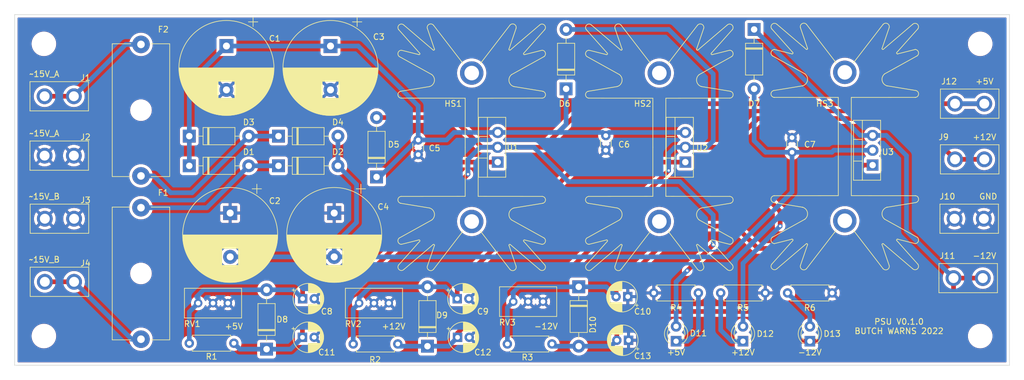
<source format=kicad_pcb>
(kicad_pcb (version 20211014) (generator pcbnew)
  (layers (0 "F.Cu" signal) (31 "B.Cu" signal) (34 "B.Paste" user) (35 "F.Paste" user) (36 "B.SilkS" user "B.Silkscreen") (37 "F.SilkS" user "F.Silkscreen") (38 "B.Mask" user) (39 "F.Mask" user) (44 "Edge.Cuts" user))
  (net 0 "")
  (net 1 "GND")
  (net 2 "Net-(C8-Pad1)")
  (net 3 "Net-(C9-Pad1)")
  (net 4 "Net-(C10-Pad2)")
  (net 5 "+5V")
  (net 6 "+12V")
  (net 7 "-12V")
  (net 8 "Net-(D11-Pad1)")
  (net 9 "Net-(D12-Pad1)")
  (net 10 "Net-(F1-Pad1)")
  (net 11 "Net-(F2-Pad1)")
  (net 12 "Net-(D1-Pad2)")
  (net 13 "Net-(D3-Pad2)")
  (net 14 "Net-(D13-Pad2)")
  (net 15 "positive_regulator_in")
  (net 16 "negative_regulator_in")
  (footprint "Heatsink:Heatsink_Fischer_SK129-STS_42x25mm_2xDrill2.5mm" (layer "F.Cu") (at 110.165 22.699492 -90)
    (fp_text reference "HS2" (at -7.459492 2.85 180) (layer "F.SilkS"))
    (fp_text value "+12V_Regulator")
    (pad "1" thru_hole circle locked (at -12.7 0 90) (size 4 4) (drill 2.5) (layers *.Cu *.Mask))
    (pad "1" thru_hole circle locked (at 12.7 0 270) (size 4 4) (drill 2.5) (layers *.Cu *.Mask))
  )
  (footprint "Diode_THT:D_DO-41_SOD81_P10.16mm_Horizontal" (layer "F.Cu") (at 70.545887 56.735492 90)
    (fp_text reference "D9" (at 5.300492 2.479113 180) (layer "F.SilkS"))
    (fp_text value "1N4004")
    (pad "1" thru_hole rect locked (at 0 0 90) (size 2.2 2.2) (drill 1.1) (layers *.Cu *.Mask) (net 6 "+12V"))
    (pad "2" thru_hole oval locked (at 10.16 0 90) (size 2.2 2.2) (drill 1.1) (layers *.Cu *.Mask) (net 3 "Net-(C9-Pad1)"))
  )
  (footprint "Resistor_THT:R_Axial_DIN0207_L6.3mm_D2.5mm_P7.62mm_Horizontal" (layer "F.Cu") (at 120.65 47.625)
    (fp_text reference "R5" (at 3.81 2.54) (layer "F.SilkS"))
    (fp_text value "R")
    (pad "1" thru_hole circle locked (at 0 0) (size 1.6 1.6) (drill 0.8) (layers *.Cu *.Mask) (net 9 "Net-(D12-Pad1)"))
    (pad "2" thru_hole oval locked (at 7.62 0) (size 1.6 1.6) (drill 0.8) (layers *.Cu *.Mask) (net 1 "GND"))
  )
  (footprint "Capacitor_THT:C_Disc_D3.0mm_W1.6mm_P2.50mm" (layer "F.Cu") (at 68.961 21.449492 -90)
    (fp_text reference "C5" (at 1.410508 -2.794 180) (layer "F.SilkS"))
    (fp_text value "100nF")
    (pad "1" thru_hole circle locked (at 0 0 270) (size 1.6 1.6) (drill 0.8) (layers *.Cu *.Mask) (net 15 "positive_regulator_in"))
    (pad "2" thru_hole circle locked (at 2.5 0 270) (size 1.6 1.6) (drill 0.8) (layers *.Cu *.Mask) (net 1 "GND"))
  )
  (footprint "Resistor_THT:R_Axial_DIN0207_L6.3mm_D2.5mm_P7.62mm_Horizontal" (layer "F.Cu") (at 65.475887 56.354492 180)
    (fp_text reference "R2" (at 3.880887 -2.700508) (layer "F.SilkS"))
    (fp_text value "560")
    (pad "1" thru_hole circle locked (at 0 0 180) (size 1.6 1.6) (drill 0.8) (layers *.Cu *.Mask) (net 6 "+12V"))
    (pad "2" thru_hole oval locked (at 7.62 0 180) (size 1.6 1.6) (drill 0.8) (layers *.Cu *.Mask) (net 3 "Net-(C9-Pad1)"))
  )
  (footprint "eurorack_drill_sizes:Flat_Connector_Vogt_6.35mm_P5mm" (layer "F.Cu") (at 163.195 15.24)
    (fp_text reference "J12" (at -3.515 -3.81 unlocked) (layer "F.SilkS"))
    (fp_text value "+5V")
    (pad "1" thru_hole circle (at 2.5 0) (size 2.7 2.7) (drill 1.7) (layers *.Cu *.Mask) (net 5 "+5V"))
    (pad "1" thru_hole circle (at -2.5 0) (size 2.7 2.7) (drill 1.7) (layers *.Cu *.Mask) (net 5 "+5V"))
  )
  (footprint "Diode_THT:D_DO-41_SOD81_P10.16mm_Horizontal" (layer "F.Cu") (at 96.393 46.575492 -90)
    (fp_text reference "D10" (at 6.477001 -2.413 90) (layer "F.SilkS"))
    (fp_text value "1N4004")
    (pad "1" thru_hole rect locked (at 0 0 270) (size 2.2 2.2) (drill 1.1) (layers *.Cu *.Mask) (net 4 "Net-(C10-Pad2)"))
    (pad "2" thru_hole oval locked (at 10.16 0 270) (size 2.2 2.2) (drill 1.1) (layers *.Cu *.Mask) (net 7 "-12V"))
  )
  (footprint "Diode_THT:D_DO-41_SOD81_P10.16mm_Horizontal" (layer "F.Cu") (at 45.085 20.794492)
    (fp_text reference "D4" (at 10.16 -2.379492) (layer "F.SilkS"))
    (fp_text value "1N4004")
    (pad "1" thru_hole rect locked (at 0 0) (size 2.2 2.2) (drill 1.1) (layers *.Cu *.Mask) (net 13 "Net-(D3-Pad2)"))
    (pad "2" thru_hole oval locked (at 10.16 0) (size 2.2 2.2) (drill 1.1) (layers *.Cu *.Mask) (net 16 "negative_regulator_in"))
  )
  (footprint "Capacitor_THT:CP_Radial_D5.0mm_P2.00mm" (layer "F.Cu") (at 104.775 48.26 180)
    (fp_text reference "C10" (at -2.54 -2.54) (layer "F.SilkS"))
    (fp_text value "22uF")
    (pad "1" thru_hole rect locked (at 0 0 180) (size 1.6 1.6) (drill 0.8) (layers *.Cu *.Mask) (net 1 "GND"))
    (pad "2" thru_hole circle locked (at 2 0 180) (size 1.6 1.6) (drill 0.8) (layers *.Cu *.Mask) (net 4 "Net-(C10-Pad2)"))
  )
  (footprint "Package_TO_SOT_THT:TO-220-3_Vertical" (layer "F.Cu") (at 146.614 25.747492 90)
    (fp_text reference "U3" (at 2.252492 2.611 180) (layer "F.SilkS"))
    (fp_text value "LM337_TO220")
    (pad "1" thru_hole rect locked (at 0 0 90) (size 1.905 2) (drill 1.1) (layers *.Cu *.Mask) (net 4 "Net-(C10-Pad2)"))
    (pad "2" thru_hole oval locked (at 2.54 0 90) (size 1.905 2) (drill 1.1) (layers *.Cu *.Mask) (net 16 "negative_regulator_in"))
    (pad "3" thru_hole oval locked (at 5.08 0 90) (size 1.905 2) (drill 1.1) (layers *.Cu *.Mask) (net 7 "-12V"))
  )
  (footprint "Capacitor_THT:CP_Radial_D16.0mm_P7.50mm" (layer "F.Cu") (at 54.61 33.952246 -90)
    (fp_text reference "C4" (at -1.059246 -8.382 180) (layer "F.SilkS"))
    (fp_text value "3300uF")
    (pad "1" thru_hole rect locked (at 0 0 270) (size 2.4 2.4) (drill 1.2) (layers *.Cu *.Mask) (net 1 "GND"))
    (pad "2" thru_hole circle locked (at 7.5 0 270) (size 2.4 2.4) (drill 1.2) (layers *.Cu *.Mask) (net 16 "negative_regulator_in"))
  )
  (footprint "Potentiometer_THT:Potentiometer_Bourns_3296W_Vertical" (layer "F.Cu") (at 31.359 49.369492 180)
    (fp_text reference "RV1" (at 1.006 -3.556) (layer "F.SilkS"))
    (fp_text value "10k")
    (pad "1" thru_hole circle locked (at 0 0 180) (size 1.44 1.44) (drill 0.8) (layers *.Cu *.Mask) (net 2 "Net-(C8-Pad1)"))
    (pad "2" thru_hole circle locked (at -2.54 0 180) (size 1.44 1.44) (drill 0.8) (layers *.Cu *.Mask) (net 1 "GND"))
    (pad "3" thru_hole circle locked (at -5.08 0 180) (size 1.44 1.44) (drill 0.8) (layers *.Cu *.Mask) (net 1 "GND"))
  )
  (footprint "Diode_THT:D_DO-41_SOD81_P10.16mm_Horizontal" (layer "F.Cu") (at 29.845 25.874492)
    (fp_text reference "D1" (at 10.16 -2.379492) (layer "F.SilkS"))
    (fp_text value "1N4004")
    (pad "1" thru_hole rect locked (at 0 0) (size 2.2 2.2) (drill 1.1) (layers *.Cu *.Mask) (net 15 "positive_regulator_in"))
    (pad "2" thru_hole oval locked (at 10.16 0) (size 2.2 2.2) (drill 1.1) (layers *.Cu *.Mask) (net 12 "Net-(D1-Pad2)"))
  )
  (footprint "Diode_THT:D_DO-41_SOD81_P10.16mm_Horizontal" (layer "F.Cu") (at 29.845 20.794492)
    (fp_text reference "D3" (at 10.16 -2.379492) (layer "F.SilkS"))
    (fp_text value "1N4004")
    (pad "1" thru_hole rect locked (at 0 0) (size 2.2 2.2) (drill 1.1) (layers *.Cu *.Mask) (net 15 "positive_regulator_in"))
    (pad "2" thru_hole oval locked (at 10.16 0) (size 2.2 2.2) (drill 1.1) (layers *.Cu *.Mask) (net 13 "Net-(D3-Pad2)"))
  )
  (footprint "Package_TO_SOT_THT:TO-220-3_Vertical" (layer "F.Cu") (at 114.61 25.239492 90)
    (fp_text reference "U2" (at 2.379492 2.865 180) (layer "F.SilkS"))
    (fp_text value "LM317_TO-220")
    (pad "1" thru_hole rect locked (at 0 0 90) (size 1.905 2) (drill 1.1) (layers *.Cu *.Mask) (net 3 "Net-(C9-Pad1)"))
    (pad "2" thru_hole oval locked (at 2.54 0 90) (size 1.905 2) (drill 1.1) (layers *.Cu *.Mask) (net 6 "+12V"))
    (pad "3" thru_hole oval locked (at 5.08 0 90) (size 1.905 2) (drill 1.1) (layers *.Cu *.Mask) (net 15 "positive_regulator_in"))
  )
  (footprint "Diode_THT:D_DO-41_SOD81_P10.16mm_Horizontal" (layer "F.Cu") (at 94.234 12.7 90)
    (fp_text reference "D6" (at -2.54 -0.254 180) (layer "F.SilkS"))
    (fp_text value "1N4004")
    (pad "1" thru_hole rect locked (at 0 0 90) (size 2.2 2.2) (drill 1.1) (layers *.Cu *.Mask) (net 15 "positive_regulator_in"))
    (pad "2" thru_hole oval locked (at 10.16 0 90) (size 2.2 2.2) (drill 1.1) (layers *.Cu *.Mask) (net 6 "+12V"))
  )
  (footprint "MountingHole:MountingHole_3.2mm_M3" (layer "F.Cu") (at 5 55)
    (fp_text reference "H3" hide)
    (fp_text value "MountingHole")
    (pad "" np_thru_hole circle locked (at 0 0) (size 3.2 3.2) (drill 3.2) (layers *.Cu *.Mask))
  )
  (footprint "Resistor_THT:R_Axial_DIN0207_L6.3mm_D2.5mm_P7.62mm_Horizontal" (layer "F.Cu") (at 116.84 47.625 180)
    (fp_text reference "R4" (at 3.81 -2.54) (layer "F.SilkS"))
    (fp_text value "R")
    (pad "1" thru_hole circle locked (at 0 0 180) (size 1.6 1.6) (drill 0.8) (layers *.Cu *.Mask) (net 8 "Net-(D11-Pad1)"))
    (pad "2" thru_hole oval locked (at 7.62 0 180) (size 1.6 1.6) (drill 0.8) (layers *.Cu *.Mask) (net 1 "GND"))
  )
  (footprint "eurorack_drill_sizes:Flat_Connector_Vogt_6.35mm_P5mm" (layer "F.Cu") (at 7.62 13.97)
    (fp_text reference "J1" (at 4.485 -3.175 unlocked) (layer "F.SilkS"))
    (fp_text value "~12VAC_A")
    (pad "1" thru_hole circle (at -2.5 0) (size 2.7 2.7) (drill 1.7) (layers *.Cu *.Mask) (net 11 "Net-(F2-Pad1)"))
    (pad "1" thru_hole circle (at 2.5 0) (size 2.7 2.7) (drill 1.7) (layers *.Cu *.Mask) (net 11 "Net-(F2-Pad1)"))
  )
  (footprint "Diode_THT:D_DO-41_SOD81_P10.16mm_Horizontal" (layer "F.Cu") (at 126.365 2.54 -90)
    (fp_text reference "D7" (at 12.7 0 -180) (layer "F.SilkS"))
    (fp_text value "1N4004")
    (pad "1" thru_hole rect locked (at 0 0 270) (size 2.2 2.2) (drill 1.1) (layers *.Cu *.Mask) (net 7 "-12V"))
    (pad "2" thru_hole oval locked (at 10.16 0 270) (size 2.2 2.2) (drill 1.1) (layers *.Cu *.Mask) (net 16 "negative_regulator_in"))
  )
  (footprint "Capacitor_THT:CP_Radial_D16.0mm_P7.50mm" (layer "F.Cu") (at 53.975 5.377246 -90)
    (fp_text reference "C3" (at -1.567246 -8.255 180) (layer "F.SilkS"))
    (fp_text value "3300uF")
    (pad "1" thru_hole rect locked (at 0 0 270) (size 2.4 2.4) (drill 1.2) (layers *.Cu *.Mask) (net 15 "positive_regulator_in"))
    (pad "2" thru_hole circle locked (at 7.5 0 270) (size 2.4 2.4) (drill 1.2) (layers *.Cu *.Mask) (net 1 "GND"))
  )
  (footprint "eurorack_drill_sizes:Flat_Connector_Vogt_6.35mm_P5mm" (layer "F.Cu") (at 7.66 34.925)
    (fp_text reference "J3" (at 4.445 -3.175 unlocked) (layer "F.SilkS"))
    (fp_text value "~12VAC_B")
    (pad "1" thru_hole circle (at 2.5 0) (size 2.7 2.7) (drill 1.7) (layers *.Cu *.Mask) (net 1 "GND"))
    (pad "1" thru_hole circle (at -2.5 0) (size 2.7 2.7) (drill 1.7) (layers *.Cu *.Mask) (net 1 "GND"))
  )
  (footprint "Capacitor_THT:CP_Radial_D5.0mm_P2.00mm" (layer "F.Cu") (at 104.907225 55.719492 180)
    (fp_text reference "C13" (at -2.407775 -2.700508) (layer "F.SilkS"))
    (fp_text value "22uF")
    (pad "1" thru_hole rect locked (at 0 0 180) (size 1.6 1.6) (drill 0.8) (layers *.Cu *.Mask) (net 1 "GND"))
    (pad "2" thru_hole circle locked (at 2 0 180) (size 1.6 1.6) (drill 0.8) (layers *.Cu *.Mask) (net 7 "-12V"))
  )
  (footprint "eurorack_drill_sizes:Flat_Connector_Vogt_6.35mm_P5mm" (layer "F.Cu") (at 163.195 24.765)
    (fp_text reference "J9" (at -4.445 -3.81 unlocked) (layer "F.SilkS"))
    (fp_text value "+12V")
    (pad "1" thru_hole circle (at -2.5 0) (size 2.7 2.7) (drill 1.7) (layers *.Cu *.Mask) (net 6 "+12V"))
    (pad "1" thru_hole circle (at 2.5 0) (size 2.7 2.7) (drill 1.7) (layers *.Cu *.Mask) (net 6 "+12V"))
  )
  (footprint "Capacitor_THT:CP_Radial_D5.0mm_P2.00mm" (layer "F.Cu") (at 49.209887 48.607492)
    (fp_text reference "C8" (at 4.130113 2.192508) (layer "F.SilkS"))
    (fp_text value "22uF")
    (pad "1" thru_hole rect locked (at 0 0) (size 1.6 1.6) (drill 0.8) (layers *.Cu *.Mask) (net 2 "Net-(C8-Pad1)"))
    (pad "2" thru_hole circle locked (at 2 0) (size 1.6 1.6) (drill 0.8) (layers *.Cu *.Mask) (net 1 "GND"))
  )
  (footprint "Capacitor_THT:C_Disc_D3.0mm_W1.6mm_P2.50mm" (layer "F.Cu") (at 132.842 21.048492 -90)
    (fp_text reference "C7" (at 1.176508 -3.048 180) (layer "F.SilkS"))
    (fp_text value "100nF")
    (pad "1" thru_hole circle locked (at 0 0 270) (size 1.6 1.6) (drill 0.8) (layers *.Cu *.Mask) (net 1 "GND"))
    (pad "2" thru_hole circle locked (at 2.5 0 270) (size 1.6 1.6) (drill 0.8) (layers *.Cu *.Mask) (net 16 "negative_regulator_in"))
  )
  (footprint "LED_THT:LED_D3.0mm" (layer "F.Cu") (at 113.03 55.885 90)
    (fp_text reference "D11" (at 1.366487 3.81 180) (layer "F.SilkS"))
    (fp_text value "LED_+5V")
    (pad "1" thru_hole rect locked (at 0 0 90) (size 1.8 1.8) (drill 0.9) (layers *.Cu *.Mask) (net 8 "Net-(D11-Pad1)"))
    (pad "2" thru_hole circle locked (at 2.54 0 90) (size 1.8 1.8) (drill 0.9) (layers *.Cu *.Mask) (net 5 "+5V"))
  )
  (footprint "Potentiometer_THT:Potentiometer_Bourns_3296W_Vertical" (layer "F.Cu") (at 58.861887 49.369492 180)
    (fp_text reference "RV2" (at 1.006 -3.556) (layer "F.SilkS"))
    (fp_text value "10k")
    (pad "1" thru_hole circle locked (at 0 0 180) (size 1.44 1.44) (drill 0.8) (layers *.Cu *.Mask) (net 3 "Net-(C9-Pad1)"))
    (pad "2" thru_hole circle locked (at -2.54 0 180) (size 1.44 1.44) (drill 0.8) (layers *.Cu *.Mask) (net 1 "GND"))
    (pad "3" thru_hole circle locked (at -5.08 0 180) (size 1.44 1.44) (drill 0.8) (layers *.Cu *.Mask) (net 1 "GND"))
  )
  (footprint "Fuse:Fuseholder_Cylinder-5x20mm_Schurter_0031_8201_Horizontal_Open" (layer "F.Cu") (at 21.59 55.539492 90)
    (fp_text reference "F1" (at 25.059492 3.81 180) (layer "F.SilkS"))
    (fp_text value "6.3A fast")
    (pad "" np_thru_hole circle locked (at 11.25 0 90) (size 2.7 2.7) (drill 2.7) (layers *.Cu *.Mask))
    (pad "1" thru_hole circle locked (at 0 0 90) (size 3 3) (drill 1.3) (layers *.Cu *.Mask) (net 10 "Net-(F1-Pad1)"))
    (pad "2" thru_hole circle locked (at 22.5 0 90) (size 3 3) (drill 1.3) (layers *.Cu *.Mask) (net 12 "Net-(D1-Pad2)"))
  )
  (footprint "Resistor_THT:R_Axial_DIN0207_L6.3mm_D2.5mm_P7.62mm_Horizontal" (layer "F.Cu") (at 91.821 56.354492 180)
    (fp_text reference "R3" (at 4.191 -2.286) (layer "F.SilkS"))
    (fp_text value "560")
    (pad "1" thru_hole circle locked (at 0 0 180) (size 1.6 1.6) (drill 0.8) (layers *.Cu *.Mask) (net 7 "-12V"))
    (pad "2" thru_hole oval locked (at 7.62 0 180) (size 1.6 1.6) (drill 0.8) (layers *.Cu *.Mask) (net 4 "Net-(C10-Pad2)"))
  )
  (footprint "Heatsink:Heatsink_Fischer_SK129-STS_42x25mm_2xDrill2.5mm" (layer "F.Cu") (at 78.105 22.699492 -90)
    (fp_text reference "HS1" (at -7.459492 3.175 180) (layer "F.SilkS"))
    (fp_text value "+5V_Regulator")
    (pad "1" thru_hole circle locked (at -12.7 0 90) (size 4 4) (drill 2.5) (layers *.Cu *.Mask))
    (pad "1" thru_hole circle locked (at 12.7 0 270) (size 4 4) (drill 2.5) (layers *.Cu *.Mask))
  )
  (footprint "eurorack_drill_sizes:Flat_Connector_Vogt_6.35mm_P5mm" (layer "F.Cu") (at 7.62 24.13)
    (fp_text reference "J2" (at 4.485 -3.175 unlocked) (layer "F.SilkS"))
    (fp_text value "~12VAC_A")
    (pad "1" thru_hole circle (at -2.5 0) (size 2.7 2.7) (drill 1.7) (layers *.Cu *.Mask) (net 1 "GND"))
    (pad "1" thru_hole circle (at 2.5 0) (size 2.7 2.7) (drill 1.7) (layers *.Cu *.Mask) (net 1 "GND"))
  )
  (footprint "MountingHole:MountingHole_3.2mm_M3" (layer "F.Cu") (at 165 5)
    (fp_text reference "H2" hide)
    (fp_text value "MountingHole")
    (pad "" np_thru_hole circle locked (at 0 0) (size 3.2 3.2) (drill 3.2) (layers *.Cu *.Mask))
  )
  (footprint "LED_THT:LED_D3.0mm" (layer "F.Cu") (at 135.89 55.885 90)
    (fp_text reference "D13" (at 1.275 3.81 180) (layer "F.SilkS"))
    (fp_text value "LED_-12V")
    (pad "1" thru_hole rect locked (at 0 0 90) (size 1.8 1.8) (drill 0.9) (layers *.Cu *.Mask) (net 7 "-12V"))
    (pad "2" thru_hole circle locked (at 2.54 0 90) (size 1.8 1.8) (drill 0.9) (layers *.Cu *.Mask) (net 14 "Net-(D13-Pad2)"))
  )
  (footprint "Heatsink:Heatsink_Fischer_SK129-STS_42x25mm_2xDrill2.5mm" (layer "F.Cu") (at 141.859 22.572492 -90)
    (fp_text reference "HS3" (at -7.332492 3.429 180) (layer "F.SilkS"))
    (fp_text value "-12V_Regulator")
    (pad "1" thru_hole circle locked (at -12.7 0 90) (size 4 4) (drill 2.5) (layers *.Cu *.Mask))
    (pad "1" thru_hole circle locked (at 12.7 0 270) (size 4 4) (drill 2.5) (layers *.Cu *.Mask))
  )
  (footprint "Capacitor_THT:CP_Radial_D5.0mm_P2.00mm" (layer "F.Cu") (at 75.686774 55.211492)
    (fp_text reference "C12" (at 4.323226 2.573508) (layer "F.SilkS"))
    (fp_text value "22uF")
    (pad "1" thru_hole rect locked (at 0 0) (size 1.6 1.6) (drill 0.8) (layers *.Cu *.Mask) (net 6 "+12V"))
    (pad "2" thru_hole circle locked (at 2 0) (size 1.6 1.6) (drill 0.8) (layers *.Cu *.Mask) (net 1 "GND"))
  )
  (footprint "Capacitor_THT:CP_Radial_D16.0mm_P7.50mm" (layer "F.Cu") (at 36.195 5.377246 -90)
    (fp_text reference "C1" (at -1.27 -8.255 180) (layer "F.SilkS"))
    (fp_text value "3300uF")
    (pad "1" thru_hole rect locked (at 0 0 270) (size 2.4 2.4) (drill 1.2) (layers *.Cu *.Mask) (net 15 "positive_regulator_in"))
    (pad "2" thru_hole circle locked (at 7.5 0 270) (size 2.4 2.4) (drill 1.2) (layers *.Cu *.Mask) (net 1 "GND"))
  )
  (footprint "Diode_THT:D_DO-41_SOD81_P10.16mm_Horizontal" (layer "F.Cu") (at 45.085 25.874492)
    (fp_text reference "D2" (at 10.16 -2.379492) (layer "F.SilkS"))
    (fp_text value "1N4004")
    (pad "1" thru_hole rect locked (at 0 0) (size 2.2 2.2) (drill 1.1) (layers *.Cu *.Mask) (net 12 "Net-(D1-Pad2)"))
    (pad "2" thru_hole oval locked (at 10.16 0) (size 2.2 2.2) (drill 1.1) (layers *.Cu *.Mask) (net 16 "negative_regulator_in"))
  )
  (footprint "MountingHole:MountingHole_3.2mm_M3" (layer "F.Cu") (at 165 55)
    (fp_text reference "H4" hide)
    (fp_text value "MountingHole")
    (pad "" np_thru_hole circle locked (at 0 0) (size 3.2 3.2) (drill 3.2) (layers *.Cu *.Mask))
  )
  (footprint "Capacitor_THT:CP_Radial_D5.0mm_P2.00mm" (layer "F.Cu") (at 49.181 55.211492)
    (fp_text reference "C11" (at 4.159 2.573508) (layer "F.SilkS"))
    (fp_text value "22uF")
    (pad "1" thru_hole rect locked (at 0 0) (size 1.6 1.6) (drill 0.8) (layers *.Cu *.Mask) (net 5 "+5V"))
    (pad "2" thru_hole circle locked (at 2 0) (size 1.6 1.6) (drill 0.8) (layers *.Cu *.Mask) (net 1 "GND"))
  )
  (footprint "eurorack_drill_sizes:Flat_Connector_Vogt_6.35mm_P5mm" (layer "F.Cu") (at 163.115 34.925)
    (fp_text reference "J10" (at -3.73 -3.81 unlocked) (layer "F.SilkS"))
    (fp_text value "GND")
    (pad "1" thru_hole circle (at 2.5 0) (size 2.7 2.7) (drill 1.7) (layers *.Cu *.Mask) (net 1 "GND"))
    (pad "1" thru_hole circle (at -2.5 0) (size 2.7 2.7) (drill 1.7) (layers *.Cu *.Mask) (net 1 "GND"))
  )
  (footprint "eurorack_drill_sizes:Flat_Connector_Vogt_6.35mm_P5mm" (layer "F.Cu") (at 7.66 45.72)
    (fp_text reference "J4" (at 4.445 -3.175 unlocked) (layer "F.SilkS"))
    (fp_text value "~12VAC_B")
    (pad "1" thru_hole circle (at -2.5 0) (size 2.7 2.7) (drill 1.7) (layers *.Cu *.Mask) (net 10 "Net-(F1-Pad1)"))
    (pad "1" thru_hole circle (at 2.5 0) (size 2.7 2.7) (drill 1.7) (layers *.Cu *.Mask) (net 10 "Net-(F1-Pad1)"))
  )
  (footprint "eurorack_drill_sizes:Flat_Connector_Vogt_6.35mm_P5mm" (layer "F.Cu") (at 162.94 45.085)
    (fp_text reference "J11" (at -3.555 -3.81 unlocked) (layer "F.SilkS"))
    (fp_text value "-12V")
    (pad "1" thru_hole circle (at 2.5 0) (size 2.7 2.7) (drill 1.7) (layers *.Cu *.Mask) (net 7 "-12V"))
    (pad "1" thru_hole circle (at -2.5 0) (size 2.7 2.7) (drill 1.7) (layers *.Cu *.Mask) (net 7 "-12V"))
  )
  (footprint "Diode_THT:D_DO-41_SOD81_P10.16mm_Horizontal" (layer "F.Cu") (at 61.849 27.779492 90)
    (fp_text reference "D5" (at 5.554492 2.921 180) (layer "F.SilkS"))
    (fp_text value "1N4004")
    (pad "1" thru_hole rect locked (at 0 0 90) (size 2.2 2.2) (drill 1.1) (layers *.Cu *.Mask) (net 15 "positive_regulator_in"))
    (pad "2" thru_hole oval locked (at 10.16 0 90) (size 2.2 2.2) (drill 1.1) (layers *.Cu *.Mask) (net 5 "+5V"))
  )
  (footprint "Diode_THT:D_DO-41_SOD81_P10.16mm_Horizontal" (layer "F.Cu") (at 43.053 57.243492 90)
    (fp_text reference "D8" (at 5.08 2.667 180) (layer "F.SilkS"))
    (fp_text value "1N4004")
    (pad "1" thru_hole rect locked (at 0 0 90) (size 2.2 2.2) (drill 1.1) (layers *.Cu *.Mask) (net 5 "+5V"))
    (pad "2" thru_hole oval locked (at 10.16 0 90) (size 2.2 2.2) (drill 1.1) (layers *.Cu *.Mask) (net 2 "Net-(C8-Pad1)"))
  )
  (footprint "Package_TO_SOT_THT:TO-220-3_Vertical" (layer "F.Cu") (at 82.55 25.239492 90)
    (fp_text reference "U1" (at 2.54 2.54 180) (layer "F.SilkS"))
    (fp_text value "LM317_TO-220")
    (pad "1" thru_hole rect locked (at 0 0 90) (size 1.905 2) (drill 1.1) (layers *.Cu *.Mask) (net 2 "Net-(C8-Pad1)"))
    (pad "2" thru_hole oval locked (at 2.54 0 90) (size 1.905 2) (drill 1.1) (layers *.Cu *.Mask) (net 5 "+5V"))
    (pad "3" thru_hole oval locked (at 5.08 0 90) (size 1.905 2) (drill 1.1) (layers *.Cu *.Mask) (net 15 "positive_regulator_in"))
  )
  (footprint "Fuse:Fuseholder_Cylinder-5x20mm_Schurter_0031_8201_Horizontal_Open" (layer "F.Cu") (at 21.59 5.099492 -90)
    (fp_text reference "F2" (at -2.559492 -3.81 180) (layer "F.SilkS"))
    (fp_text value "6.3A fast")
    (pad "" np_thru_hole circle locked (at 11.25 0 270) (size 2.7 2.7) (drill 2.7) (layers *.Cu *.Mask))
    (pad "1" thru_hole circle locked (at 0 0 270) (size 3 3) (drill 1.3) (layers *.Cu *.Mask) (net 11 "Net-(F2-Pad1)"))
    (pad "2" thru_hole circle locked (at 22.5 0 270) (size 3 3) (drill 1.3) (layers *.Cu *.Mask) (net 13 "Net-(D3-Pad2)"))
  )
  (footprint "MountingHole:MountingHole_3.2mm_M3" (layer "F.Cu") (at 5 5)
    (fp_text reference "H1" hide)
    (fp_text value "MountingHole")
    (pad "" np_thru_hole circle locked (at 0 0) (size 3.2 3.2) (drill 3.2) (layers *.Cu *.Mask))
  )
  (footprint "Potentiometer_THT:Potentiometer_Bourns_3296W_Vertical" (layer "F.Cu") (at 85.207 49.115492 180)
    (fp_text reference "RV3" (at 1.006 -3.556) (layer "F.SilkS"))
    (fp_text value "10k")
    (pad "1" thru_hole circle locked (at 0 0 180) (size 1.44 1.44) (drill 0.8) (layers *.Cu *.Mask) (net 4 "Net-(C10-Pad2)"))
    (pad "2" thru_hole circle locked (at -2.54 0 180) (size 1.44 1.44) (drill 0.8) (layers *.Cu *.Mask) (net 1 "GND"))
    (pad "3" thru_hole circle locked (at -5.08 0 180) (size 1.44 1.44) (drill 0.8) (layers *.Cu *.Mask) (net 1 "GND"))
  )
  (footprint "Capacitor_THT:C_Disc_D3.0mm_W1.6mm_P2.50mm" (layer "F.Cu") (at 101.021 20.707492 -90)
    (fp_text reference "C6" (at 1.517508 -3.119 180) (layer "F.SilkS"))
    (fp_text value "100nF")
    (pad "1" thru_hole circle locked (at 0 0 270) (size 1.6 1.6) (drill 0.8) (layers *.Cu *.Mask) (net 15 "positive_regulator_in"))
    (pad "2" thru_hole circle locked (at 2.5 0 270) (size 1.6 1.6) (drill 0.8) (layers *.Cu *.Mask) (net 1 "GND"))
  )
  (footprint "Resistor_THT:R_Axial_DIN0207_L6.3mm_D2.5mm_P7.62mm_Horizontal" (layer "F.Cu") (at 37.465 56.227492 180)
    (fp_text reference "R1" (at 3.81 -2.286) (layer "F.SilkS"))
    (fp_text value "2k2")
    (pad "1" thru_hole circle locked (at 0 0 180) (size 1.6 1.6) (drill 0.8) (layers *.Cu *.Mask) (net 5 "+5V"))
    (pad "2" thru_hole oval locked (at 7.62 0 180) (size 1.6 1.6) (drill 0.8) (layers *.Cu *.Mask) (net 2 "Net-(C8-Pad1)"))
  )
  (footprint "Capacitor_THT:CP_Radial_D5.0mm_P2.00mm" (layer "F.Cu") (at 75.625887 48.607492)
    (fp_text reference "C9" (at 4.384113 2.192508) (layer "F.SilkS"))
    (fp_text value "22uF")
    (pad "1" thru_hole rect locked (at 0 0) (size 1.6 1.6) (drill 0.8) (layers *.Cu *.Mask) (net 3 "Net-(C9-Pad1)"))
    (pad "2" thru_hole circle locked (at 2 0) (size 1.6 1.6) (drill 0.8) (layers *.Cu *.Mask) (net 1 "GND"))
  )
  (footprint "LED_THT:LED_D3.0mm" (layer "F.Cu") (at 124.46 55.88 90)
    (fp_text reference "D12" (at 1.27 3.81 180) (layer "F.SilkS"))
    (fp_text value "LED_+12V")
    (pad "1" thru_hole rect locked (at 0 0 90) (size 1.8 1.8) (drill 0.9) (layers *.Cu *.Mask) (net 9 "Net-(D12-Pad1)"))
    (pad "2" thru_hole circle locked (at 2.54 0 90) (size 1.8 1.8) (drill 0.9) (layers *.Cu *.Mask) (net 6 "+12V"))
  )
  (footprint "Capacitor_THT:CP_Radial_D16.0mm_P7.50mm" (layer "F.Cu") (at 36.83 33.952246 -90)
    (fp_text reference "C2" (at -2.075246 -7.62 180) (layer "F.SilkS"))
    (fp_text value "3300uF")
    (pad "1" thru_hole rect locked (at 0 0 270) (size 2.4 2.4) (drill 1.2) (layers *.Cu *.Mask) (net 1 "GND"))
    (pad "2" thru_hole circle locked (at 7.5 0 270) (size 2.4 2.4) (drill 1.2) (layers *.Cu *.Mask) (net 16 "negative_regulator_in"))
  )
  (footprint "Resistor_THT:R_Axial_DIN0207_L6.3mm_D2.5mm_P7.62mm_Horizontal" (layer "F.Cu") (at 139.7 47.625 180)
    (fp_text reference "R6" (at 3.81 -2.54) (layer "F.SilkS"))
    (fp_text value "R")
    (pad "1" thru_hole circle locked (at 0 0 180) (size 1.6 1.6) (drill 0.8) (layers *.Cu *.Mask) (net 1 "GND"))
    (pad "2" thru_hole oval locked (at 7.62 0 180) (size 1.6 1.6) (drill 0.8) (layers *.Cu *.Mask) (net 14 "Net-(D13-Pad2)"))
  )
  (gr_line (start 0 60) (end 170 60) (layer "Edge.Cuts") (width 0.1))
  (gr_line (start 170 0) (end 170 60) (layer "Edge.Cuts") (width 0.1))
  (gr_line (start 0 0) (end 0 60) (layer "Edge.Cuts") (width 0.1))
  (gr_line (start 0 0) (end 170 0) (layer "Edge.Cuts") (width 0.1))
  (gr_text "~15V_A" (at 5.08 10.16) (layer "F.SilkS") (effects (font (size 1 1))))
  (gr_text "-12V" (at 90.805 53.34) (layer "F.SilkS") (effects (font (size 1 1))))
  (gr_text "~15V_B" (at 5.08 31.115) (layer "F.SilkS") (effects (font (size 1 1))))
  (gr_text "+5V" (at 113.03 57.785) (layer "F.SilkS") (effects (font (size 1 1))))
  (gr_text "-12V" (at 135.89 57.785) (layer "F.SilkS") (effects (font (size 1 1))))
  (gr_text "+12V" (at 124.46 57.785) (layer "F.SilkS") (effects (font (size 1 1))))
  (gr_text "-12V" (at 165.735 41.275) (layer "F.SilkS") (effects (font (size 1 1))))
  (gr_text "+12V" (at 165.735 20.955) (layer "F.SilkS") (effects (font (size 1 1))))
  (gr_text "+5V" (at 165.735 11.43) (layer "F.SilkS") (effects (font (size 1 1))))
  (gr_text "+5V" (at 37.465 53.34) (layer "F.SilkS") (effects (font (size 1 1))))
  (gr_text "GND" (at 166.37 31.115) (layer "F.SilkS") (effects (font (size 1 1))))
  (gr_text "~15V_A" (at 5.08 20.32) (layer "F.SilkS") (effects (font (size 1 1))))
  (gr_text "+12V" (at 64.77 53.34) (layer "F.SilkS") (effects (font (size 1 1))))
  (gr_text "~15V_B" (at 5.08 41.91) (layer "F.SilkS") (effects (font (size 1 1))))
  (gr_text "PSU V0.1.0\nBUTCH WARNS 2022" (at 151.13 53.34) (layer "F.SilkS") (effects (font (size 1 1))))
  (segment (start 49.209887 47.007492) (end 51.132379 45.085) (width 0.8) (layer "F.Cu") (net 2))
  (segment (start 75.725508 25.239492) (end 82.55 25.239492) (width 0.8) (layer "F.Cu") (net 2))
  (segment (start 49.209887 48.607492) (end 49.209887 47.007492) (width 0.8) (layer "F.Cu") (net 2))
  (segment (start 51.132379 45.085) (end 55.88 45.085) (width 0.8) (layer "F.Cu") (net 2))
  (segment (start 55.88 45.085) (end 75.725508 25.239492) (width 0.8) (layer "F.Cu") (net 2))
  (segment (start 29.845 50.883492) (end 31.359 49.369492) (width 0.8) (layer "B.Cu") (net 2))
  (segment (start 31.359 49.369492) (end 31.359 48.504) (width 0.8) (layer "B.Cu") (net 2))
  (segment (start 29.845 56.227492) (end 29.845 50.883492) (width 0.8) (layer "B.Cu") (net 2))
  (segment (start 47.685887 47.083492) (end 49.209887 48.607492) (width 0.8) (layer "B.Cu") (net 2))
  (segment (start 32.291508 47.083492) (end 43.053 47.083492) (width 0.8) (layer "B.Cu") (net 2))
  (segment (start 31.115 48.26) (end 32.291508 47.083492) (width 0.8) (layer "B.Cu") (net 2))
  (segment (start 31.359 48.504) (end 31.115 48.26) (width 0.8) (layer "B.Cu") (net 2))
  (segment (start 43.053 47.083492) (end 47.685887 47.083492) (width 0.8) (layer "B.Cu") (net 2))
  (segment (start 75.625887 48.607492) (end 75.625887 46.294113) (width 0.8) (layer "F.Cu") (net 3))
  (segment (start 96.680508 25.239492) (end 114.61 25.239492) (width 0.8) (layer "F.Cu") (net 3))
  (segment (start 75.625887 46.294113) (end 96.680508 25.239492) (width 0.8) (layer "F.Cu") (net 3))
  (segment (start 58.861887 48.453113) (end 60.739508 46.575492) (width 0.8) (layer "B.Cu") (net 3))
  (segment (start 58.861887 49.369492) (end 58.861887 48.453113) (width 0.8) (layer "B.Cu") (net 3))
  (segment (start 57.855887 56.354492) (end 57.855887 50.375492) (width 0.8) (layer "B.Cu") (net 3))
  (segment (start 70.545887 46.575492) (end 73.593887 46.575492) (width 0.8) (layer "B.Cu") (net 3))
  (segment (start 60.739508 46.575492) (end 70.545887 46.575492) (width 0.8) (layer "B.Cu") (net 3))
  (segment (start 73.593887 46.575492) (end 75.625887 48.607492) (width 0.8) (layer "B.Cu") (net 3))
  (segment (start 57.855887 50.375492) (end 58.861887 49.369492) (width 0.8) (layer "B.Cu") (net 3))
  (segment (start 130.81 40.005) (end 145.067508 25.747492) (width 0.8) (layer "F.Cu") (net 4))
  (segment (start 102.775 48.26) (end 102.775 47.12863) (width 0.8) (layer "F.Cu") (net 4))
  (segment (start 113.03 39.37) (end 116.205 36.195) (width 0.8) (layer "F.Cu") (net 4))
  (segment (start 123.19 36.195) (end 127 40.005) (width 0.8) (layer "F.Cu") (net 4))
  (segment (start 102.775 47.12863) (end 110.53363 39.37) (width 0.8) (layer "F.Cu") (net 4))
  (segment (start 127 40.005) (end 130.81 40.005) (width 0.8) (layer "F.Cu") (net 4))
  (segment (start 116.205 36.195) (end 123.19 36.195) (width 0.8) (layer "F.Cu") (net 4))
  (segment (start 145.067508 25.747492) (end 146.614 25.747492) (width 0.8) (layer "F.Cu") (net 4))
  (segment (start 110.53363 39.37) (end 113.03 39.37) (width 0.8) (layer "F.Cu") (net 4))
  (segment (start 84.201 50.121492) (end 85.207 49.115492) (width 0.8) (layer "B.Cu") (net 4))
  (segment (start 86.139508 46.575492) (end 96.393 46.575492) (width 0.8) (layer "B.Cu") (net 4))
  (segment (start 85.09 47.625) (end 86.139508 46.575492) (width 0.8) (layer "B.Cu") (net 4))
  (segment (start 85.207 49.115492) (end 85.207 47.742) (width 0.8) (layer "B.Cu") (net 4))
  (segment (start 85.207 47.742) (end 85.09 47.625) (width 0.8) (layer "B.Cu") (net 4))
  (segment (start 101.090492 46.575492) (end 102.775 48.26) (width 0.8) (layer "B.Cu") (net 4))
  (segment (start 84.201 56.354492) (end 84.201 50.121492) (width 0.8) (layer "B.Cu") (net 4))
  (segment (start 96.393 46.575492) (end 101.090492 46.575492) (width 0.8) (layer "B.Cu") (net 4))
  (segment (start 49.181 55.211492) (end 49.181 53.611492) (width 0.8) (layer "F.Cu") (net 5))
  (segment (start 114.935 43.815) (end 119.38 39.37) (width 0.8) (layer "F.Cu") (net 5))
  (segment (start 79.849492 22.699492) (end 82.55 22.699492) (width 0.8) (layer "F.Cu") (net 5))
  (segment (start 160.695 15.24) (end 165.695 15.24) (width 0.8) (layer "F.Cu") (net 5))
  (segment (start 76.2 28.575) (end 77.47 27.305) (width 0.8) (layer "F.Cu") (net 5))
  (segment (start 97.79 15.24) (end 160.4 15.24) (width 0.8) (layer "F.Cu") (net 5))
  (segment (start 49.181 53.611492) (end 50.722492 52.07) (width 0.8) (layer "F.Cu") (net 5))
  (segment (start 82.55 22.699492) (end 90.330508 22.699492) (width 0.8) (layer "F.Cu") (net 5))
  (segment (start 61.849 17.619492) (end 74.769492 17.619492) (width 0.8) (layer "F.Cu") (net 5))
  (segment (start 74.769492 17.619492) (end 79.849492 22.699492) (width 0.8) (layer "F.Cu") (net 5))
  (segment (start 50.722492 52.07) (end 52.705 52.07) (width 0.8) (layer "F.Cu") (net 5))
  (segment (start 90.330508 22.699492) (end 97.79 15.24) (width 0.8) (layer "F.Cu") (net 5))
  (segment (start 52.705 52.07) (end 76.2 28.575) (width 0.8) (layer "F.Cu") (net 5))
  (via (at 114.935 43.815) (size 0.8) (drill 0.4) (layers "F.Cu" "B.Cu") (net 5))
  (via (at 119.38 39.37) (size 0.8) (drill 0.4) (layers "F.Cu" "B.Cu") (net 5))
  (via (at 77.47 27.305) (size 0.8) (drill 0.4) (layers "F.Cu" "B.Cu") (net 5))
  (segment (start 94.615 28.575) (end 88.739492 22.699492) (width 0.8) (layer "B.Cu") (net 5))
  (segment (start 77.47 27.305) (end 77.47 24.765) (width 0.8) (layer "B.Cu") (net 5))
  (segment (start 119.38 39.37) (end 119.38 34.29) (width 0.8) (layer "B.Cu") (net 5))
  (segment (start 79.535508 22.699492) (end 82.55 22.699492) (width 0.8) (layer "B.Cu") (net 5))
  (segment (start 119.38 34.29) (end 113.665 28.575) (width 0.8) (layer "B.Cu") (net 5))
  (segment (start 165.4 15.24) (end 160.4 15.24) (width 0.8) (layer "B.Cu") (net 5))
  (segment (start 113.03 45.72) (end 114.935 43.815) (width 0.8) (layer "B.Cu") (net 5))
  (segment (start 43.053 57.243492) (end 47.149 57.243492) (width 0.8) (layer "B.Cu") (net 5))
  (segment (start 113.03 53.345) (end 113.03 45.72) (width 0.8) (layer "B.Cu") (net 5))
  (segment (start 38.481 57.243492) (end 37.465 56.227492) (width 0.8) (layer "B.Cu") (net 5))
  (segment (start 88.739492 22.699492) (end 82.55 22.699492) (width 0.8) (layer "B.Cu") (net 5))
  (segment (start 47.149 57.243492) (end 49.181 55.211492) (width 0.8) (layer "B.Cu") (net 5))
  (segment (start 43.053 57.243492) (end 38.481 57.243492) (width 0.8) (layer "B.Cu") (net 5))
  (segment (start 77.47 24.765) (end 79.535508 22.699492) (width 0.8) (layer "B.Cu") (net 5))
  (segment (start 113.665 28.575) (end 94.615 28.575) (width 0.8) (layer "B.Cu") (net 5))
  (segment (start 107.315 31.115) (end 111.76 26.67) (width 0.8) (layer "F.Cu") (net 6))
  (segment (start 119.854492 22.699492) (end 114.61 22.699492) (width 0.8) (layer "F.Cu") (net 6))
  (segment (start 153.71 17.78) (end 160.695 24.765) (width 0.8) (layer "F.Cu") (net 6))
  (segment (start 122.080508 22.699492) (end 127 17.78) (width 0.8) (layer "F.Cu") (net 6))
  (segment (start 75.686774 54.488226) (end 85.725 44.45) (width 0.8) (layer "F.Cu") (net 6))
  (segment (start 75.686774 55.211492) (end 75.686774 54.488226) (width 0.8) (layer "F.Cu") (net 6))
  (segment (start 85.725 44.45) (end 93.98 44.45) (width 0.8) (layer "F.Cu") (net 6))
  (segment (start 127 17.78) (end 153.71 17.78) (width 0.8) (layer "F.Cu") (net 6))
  (segment (start 93.98 44.45) (end 107.315 31.115) (width 0.8) (layer "F.Cu") (net 6))
  (segment (start 130.81 33.655) (end 119.854492 22.699492) (width 0.8) (layer "F.Cu") (net 6))
  (segment (start 130.81 36.195) (end 130.81 33.655) (width 0.8) (layer "F.Cu") (net 6))
  (segment (start 114.61 22.699492) (end 122.080508 22.699492) (width 0.8) (layer "F.Cu") (net 6))
  (segment (start 165.695 24.765) (end 160.695 24.765) (width 0.8) (layer "F.Cu") (net 6))
  (via (at 130.81 36.195) (size 0.8) (drill 0.4) (layers "F.Cu" "B.Cu") (net 6))
  (via (at 111.76 26.67) (size 0.8) (drill 0.4) (layers "F.Cu" "B.Cu") (net 6))
  (segment (start 119.38 10.16) (end 119.38 21.59) (width 0.8) (layer "B.Cu") (net 6))
  (segment (start 112.81 22.699492) (end 114.61 22.699492) (width 0.8) (layer "B.Cu") (net 6))
  (segment (start 119.38 21.59) (end 118.270508 22.699492) (width 0.8) (layer "B.Cu") (net 6))
  (segment (start 70.545887 56.735492) (end 74.162774 56.735492) (width 0.8) (layer "B.Cu") (net 6))
  (segment (start 124.46 42.545) (end 130.81 36.195) (width 0.8) (layer "B.Cu") (net 6))
  (segment (start 65.856887 56.735492) (end 65.475887 56.354492) (width 0.8) (layer "B.Cu") (net 6))
  (segment (start 111.76 23.749492) (end 112.81 22.699492) (width 0.8) (layer "B.Cu") (net 6))
  (segment (start 74.162774 56.735492) (end 75.686774 55.211492) (width 0.8) (layer "B.Cu") (net 6))
  (segment (start 118.270508 22.699492) (end 114.61 22.699492) (width 0.8) (layer "B.Cu") (net 6))
  (segment (start 111.76 26.67) (end 111.76 23.749492) (width 0.8) (layer "B.Cu") (net 6))
  (segment (start 124.46 53.34) (end 124.46 42.545) (width 0.8) (layer "B.Cu") (net 6))
  (segment (start 111.76 2.54) (end 119.38 10.16) (width 0.8) (layer "B.Cu") (net 6))
  (segment (start 70.545887 56.735492) (end 65.856887 56.735492) (width 0.8) (layer "B.Cu") (net 6))
  (segment (start 94.234 2.54) (end 111.76 2.54) (width 0.8) (layer "B.Cu") (net 6))
  (segment (start 160.44 45.085) (end 165.44 45.085) (width 0.8) (layer "F.Cu") (net 7))
  (segment (start 102.907225 55.719492) (end 102.907225 53.302775) (width 0.8) (layer "F.Cu") (net 7))
  (segment (start 105.41 50.8) (end 129.54 50.8) (width 0.8) (layer "F.Cu") (net 7))
  (segment (start 134.625 55.885) (end 135.89 55.885) (width 0.8) (layer "F.Cu") (net 7))
  (segment (start 129.54 50.8) (end 134.625 55.885) (width 0.8) (layer "F.Cu") (net 7))
  (segment (start 135.89 55.885) (end 153.03 55.885) (width 0.8) (layer "F.Cu") (net 7))
  (segment (start 153.03 55.885) (end 160.44 48.475) (width 0.8) (layer "F.Cu") (net 7))
  (segment (start 102.907225 53.302775) (end 105.41 50.8) (width 0.8) (layer "F.Cu") (net 7))
  (segment (start 160.44 48.475) (end 160.44 45.085) (width 0.8) (layer "F.Cu") (net 7))
  (segment (start 96.393 56.735492) (end 101.891225 56.735492) (width 0.8) (layer "B.Cu") (net 7))
  (segment (start 152.4 37.045) (end 152.4 24.13) (width 0.8) (layer "B.Cu") (net 7))
  (segment (start 101.891225 56.735492) (end 102.907225 55.719492) (width 0.8) (layer "B.Cu") (net 7))
  (segment (start 96.393 56.735492) (end 92.202 56.735492) (width 0.8) (layer "B.Cu") (net 7))
  (segment (start 146.614 20.667492) (end 144.492492 20.667492) (width 0.8) (layer "B.Cu") (net 7))
  (segment (start 92.202 56.735492) (end 91.821 56.354492) (width 0.8) (layer "B.Cu") (net 7))
  (segment (start 152.4 24.13) (end 148.937492 20.667492) (width 0.8) (layer "B.Cu") (net 7))
  (segment (start 144.492492 20.667492) (end 126.365 2.54) (width 0.8) (layer "B.Cu") (net 7))
  (segment (start 160.44 45.085) (end 152.4 37.045) (width 0.8) (layer "B.Cu") (net 7))
  (segment (start 148.937492 20.667492) (end 146.614 20.667492) (width 0.8) (layer "B.Cu") (net 7))
  (segment (start 116.84 53.975) (end 116.84 47.625) (width 0.8) (layer "B.Cu") (net 8))
  (segment (start 114.93 55.885) (end 116.84 53.975) (width 0.8) (layer "B.Cu") (net 8))
  (segment (start 113.03 55.885) (end 114.93 55.885) (width 0.8) (layer "B.Cu") (net 8))
  (segment (start 122.555 55.88) (end 124.46 55.88) (width 0.8) (layer "B.Cu") (net 9))
  (segment (start 120.65 53.975) (end 122.555 55.88) (width 0.8) (layer "B.Cu") (net 9))
  (segment (start 120.65 47.625) (end 120.65 53.975) (width 0.8) (layer "B.Cu") (net 9))
  (segment (start 5.16 45.72) (end 10.16 45.72) (width 0.8) (layer "F.Cu") (net 10))
  (segment (start 19.979492 55.539492) (end 21.59 55.539492) (width 0.8) (layer "B.Cu") (net 10))
  (segment (start 10.16 45.72) (end 19.979492 55.539492) (width 0.8) (layer "B.Cu") (net 10))
  (segment (start 5.12 13.97) (end 10.12 13.97) (width 0.8) (layer "F.Cu") (net 11))
  (segment (start 21.59 5.099492) (end 18.990508 5.099492) (width 0.8) (layer "B.Cu") (net 11))
  (segment (start 18.990508 5.099492) (end 10.12 13.97) (width 0.8) (layer "B.Cu") (net 11))
  (segment (start 32.84 33.039492) (end 40.005 25.874492) (width 0.8) (layer "B.Cu") (net 12))
  (segment (start 21.59 33.039492) (end 32.84 33.039492) (width 0.8) (layer "B.Cu") (net 12))
  (segment (start 40.005 25.874492) (end 45.085 25.874492) (width 0.8) (layer "B.Cu") (net 12))
  (segment (start 30.319492 30.48) (end 40.005 20.794492) (width 0.8) (layer "B.Cu") (net 13))
  (segment (start 26.67 30.48) (end 30.319492 30.48) (width 0.8) (layer "B.Cu") (net 13))
  (segment (start 23.789492 27.599492) (end 26.67 30.48) (width 0.8) (layer "B.Cu") (net 13))
  (segment (start 21.59 27.599492) (end 23.789492 27.599492) (width 0.8) (layer "B.Cu") (net 13))
  (segment (start 40.005 20.794492) (end 45.085 20.794492) (width 0.8) (layer "B.Cu") (net 13))
  (segment (start 135.89 53.345) (end 135.89 51.435) (width 0.8) (layer "B.Cu") (net 14))
  (segment (start 135.89 51.435) (end 132.08 47.625) (width 0.8) (layer "B.Cu") (net 14))
  (segment (start 53.975 5.377246) (end 58.717246 5.377246) (width 0.8) (layer "B.Cu") (net 15))
  (segment (start 58.717246 5.377246) (end 68.961 15.621) (width 0.8) (layer "B.Cu") (net 15))
  (segment (start 101.569 20.159492) (end 114.61 20.159492) (width 0.8) (layer "B.Cu") (net 15))
  (segment (start 75.090508 20.159492) (end 82.55 20.159492) (width 0.8) (layer "B.Cu") (net 15))
  (segment (start 68.961 21.449492) (end 68.720508 21.449492) (width 0.8) (layer "B.Cu") (net 15))
  (segment (start 68.961 21.449492) (end 73.800508 21.449492) (width 0.8) (layer "B.Cu") (net 15))
  (segment (start 68.961 15.621) (end 68.961 21.449492) (width 0.8) (layer "B.Cu") (net 15))
  (segment (start 82.55 20.159492) (end 92.870508 20.159492) (width 0.8) (layer "B.Cu") (net 15))
  (segment (start 29.845 11.727246) (end 36.195 5.377246) (width 0.8) (layer "B.Cu") (net 15))
  (segment (start 94.234 12.7) (end 94.234 18.796) (width 0.8) (layer "B.Cu") (net 15))
  (segment (start 29.845 20.794492) (end 29.845 11.727246) (width 0.8) (layer "B.Cu") (net 15))
  (segment (start 101.021 20.707492) (end 101.569 20.159492) (width 0.8) (layer "B.Cu") (net 15))
  (segment (start 92.870508 20.159492) (end 100.473 20.159492) (width 0.8) (layer "B.Cu") (net 15))
  (segment (start 94.234 18.796) (end 92.870508 20.159492) (width 0.8) (layer "B.Cu") (net 15))
  (segment (start 36.195 5.377246) (end 53.975 5.377246) (width 0.8) (layer "B.Cu") (net 15))
  (segment (start 73.800508 21.449492) (end 75.090508 20.159492) (width 0.8) (layer "B.Cu") (net 15))
  (segment (start 68.720508 21.449492) (end 62.390508 27.779492) (width 0.8) (layer "B.Cu") (net 15))
  (segment (start 62.390508 27.779492) (end 61.849 27.779492) (width 0.8) (layer "B.Cu") (net 15))
  (segment (start 100.473 20.159492) (end 101.021 20.707492) (width 0.8) (layer "B.Cu") (net 15))
  (segment (start 29.845 25.874492) (end 29.845 20.794492) (width 0.8) (layer "B.Cu") (net 15))
  (segment (start 54.61 39.37) (end 54.61 41.452246) (width 0.8) (layer "B.Cu") (net 16))
  (segment (start 126.365 21.59) (end 126.365 12.7) (width 0.8) (layer "B.Cu") (net 16))
  (segment (start 36.83 41.452246) (end 54.61 41.452246) (width 0.8) (layer "B.Cu") (net 16))
  (segment (start 139.987508 23.207492) (end 139.646508 23.548492) (width 0.8) (layer "B.Cu") (net 16))
  (segment (start 128.323492 23.548492) (end 126.365 21.59) (width 0.8) (layer "B.Cu") (net 16))
  (segment (start 54.61 41.452246) (end 121.742754 41.452246) (width 0.8) (layer "B.Cu") (net 16))
  (segment (start 146.614 23.207492) (end 139.987508 23.207492) (width 0.8) (layer "B.Cu") (net 16))
  (segment (start 58.42 35.56) (end 54.61 39.37) (width 0.8) (layer "B.Cu") (net 16))
  (segment (start 121.742754 41.452246) (end 132.842 30.353) (width 0.8) (layer "B.Cu") (net 16))
  (segment (start 139.646508 23.548492) (end 132.842 23.548492) (width 0.8) (layer "B.Cu") (net 16))
  (segment (start 55.245 25.874492) (end 55.245 20.794492) (width 0.8) (layer "B.Cu") (net 16))
  (segment (start 58.42 29.049492) (end 58.42 35.56) (width 0.8) (layer "B.Cu") (net 16))
  (segment (start 132.842 30.353) (end 132.842 23.548492) (width 0.8) (layer "B.Cu") (net 16))
  (segment (start 132.842 23.548492) (end 128.323492 23.548492) (width 0.8) (layer "B.Cu") (net 16))
  (segment (start 55.245 25.874492) (end 58.42 29.049492) (width 0.8) (layer "B.Cu") (net 16))
  (zone (net 1) (net_name "GND") (layers F&B.Cu) (connect_pads (clearance 0.508)) (min_thickness 0.254) (fill yes (thermal_gap 0.508) (thermal_bridge_width 0.508))
    (polygon (pts (xy 172.5 62.5) (xy -2.5 62.5) (xy -2.5 -2.5) (xy 172.5 -2.5)))
  )
)
</source>
